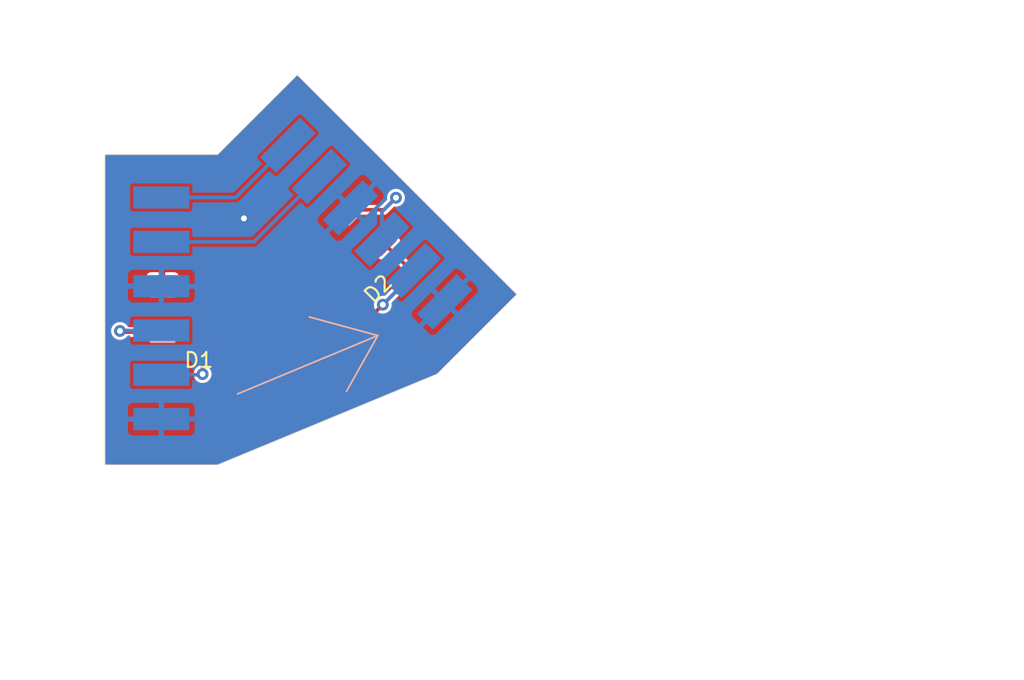
<source format=kicad_pcb>
(kicad_pcb (version 20211014) (generator pcbnew)
  (layers (0 "F.Cu" signal) (31 "B.Cu" signal) (34 "B.Paste" user) (35 "F.Paste" user) (36 "B.SilkS" user "B.Silkscreen") (37 "F.SilkS" user "F.Silkscreen") (38 "B.Mask" user) (39 "F.Mask" user) (44 "Edge.Cuts" user))
  (net 0 "")
  (net 1 "+5V")
  (net 2 "GND")
  (net 3 "Net-(CN1-Pad2)")
  (net 4 "Net-(CN2-Pad3)")
  (net 5 "Net-(D1-Pad2)")
  (net 6 "Net-(CN1-Pad1)")
  (net 7 "Net-(CN1-Pad4)")
  (footprint "LED_SMD:LED_WS2812B_PLCC4_5.0x5.0mm_P3.2mm" (layer "F.Cu") (at 128.778 107.95 180)
    (fp_text reference "D1" (at 0 -3.5) (layer "F.SilkS"))
    (fp_text value "WS2812B")
    (pad "1" smd rect (at -2.45 -1.6 180) (size 1.5 1) (layers "F.Cu" "F.Paste" "F.Mask") (net 1 "+5V"))
    (pad "2" smd rect (at -2.45 1.6 180) (size 1.5 1) (layers "F.Cu" "F.Paste" "F.Mask") (net 5 "Net-(D1-Pad2)"))
    (pad "3" smd rect (at 2.45 1.6 180) (size 1.5 1) (layers "F.Cu" "F.Paste" "F.Mask") (net 2 "GND"))
    (pad "4" smd rect (at 2.45 -1.6 180) (size 1.5 1) (layers "F.Cu" "F.Paste" "F.Mask") (net 4 "Net-(CN2-Pad3)"))
  )
  (footprint "LED_SMD:LED_WS2812B_PLCC4_5.0x5.0mm_P3.2mm" (layer "F.Cu") (at 138.43 104.14 -135)
    (fp_text reference "D2" (at 0 -3.5 45) (layer "F.SilkS"))
    (fp_text value "WS2812B")
    (pad "1" smd rect (at -2.45 -1.6 225) (size 1.5 1) (layers "F.Cu" "F.Paste" "F.Mask") (net 1 "+5V"))
    (pad "2" smd rect (at -2.45 1.6 225) (size 1.5 1) (layers "F.Cu" "F.Paste" "F.Mask") (net 7 "Net-(CN1-Pad4)"))
    (pad "3" smd rect (at 2.45 1.6 225) (size 1.5 1) (layers "F.Cu" "F.Paste" "F.Mask") (net 2 "GND"))
    (pad "4" smd rect (at 2.45 -1.6 225) (size 1.5 1) (layers "F.Cu" "F.Paste" "F.Mask") (net 5 "Net-(D1-Pad2)"))
  )
  (footprint "Adafruit NeoPixel 8 Stick:1X4-SMT" (layer "B.Cu") (at 126.873 107.442 90)
    (fp_text reference "CN2" hide)
    (fp_text value "1X4SMT" hide)
    (pad "1" smd rect (at -8 -0.635 90) (size 1.5 3.8) (layers "B.Cu" "B.Paste" "B.Mask") (net 2 "GND"))
    (pad "2" smd rect (at -5 -0.635 90) (size 1.5 3.8) (layers "B.Cu" "B.Paste" "B.Mask") (net 1 "+5V"))
    (pad "3" smd rect (at -2 -0.635 90) (size 1.5 3.8) (layers "B.Cu" "B.Paste" "B.Mask") (net 4 "Net-(CN2-Pad3)"))
    (pad "4" smd rect (at 1 -0.635 90) (size 1.5 3.8) (layers "B.Cu" "B.Paste" "B.Mask") (net 2 "GND"))
    (pad "5" smd rect (at 4 -0.635 90) (size 1.5 3.8) (layers "B.Cu" "B.Paste" "B.Mask") (net 3 "Net-(CN1-Pad2)"))
    (pad "6" smd rect (at 7 -0.635 90) (size 1.5 3.8) (layers "B.Cu" "B.Paste" "B.Mask") (net 6 "Net-(CN1-Pad1)"))
  )
  (footprint "Adafruit NeoPixel 8 Stick:1X4-SMT" (layer "B.Cu") (at 140.010429 103.008298 -45)
    (fp_text reference "CN1" hide)
    (fp_text value "1X4SMT" hide)
    (pad "1" smd rect (at -8 -0.635 315) (size 1.5 3.8) (layers "B.Cu" "B.Paste" "B.Mask") (net 6 "Net-(CN1-Pad1)"))
    (pad "2" smd rect (at -5 -0.635 315) (size 1.5 3.8) (layers "B.Cu" "B.Paste" "B.Mask") (net 3 "Net-(CN1-Pad2)"))
    (pad "3" smd rect (at -2 -0.635 315) (size 1.5 3.8) (layers "B.Cu" "B.Paste" "B.Mask") (net 2 "GND"))
    (pad "4" smd rect (at 1 -0.635 315) (size 1.5 3.8) (layers "B.Cu" "B.Paste" "B.Mask") (net 7 "Net-(CN1-Pad4)"))
    (pad "5" smd rect (at 4 -0.635 315) (size 1.5 3.8) (layers "B.Cu" "B.Paste" "B.Mask") (net 1 "+5V"))
    (pad "6" smd rect (at 7 -0.635 315) (size 1.5 3.8) (layers "B.Cu" "B.Paste" "B.Mask") (net 2 "GND"))
  )
  (gr_line (start 140.88658 109.784344) (end 136.250759 108.527107) (layer "B.SilkS") (width 0.12))
  (gr_line (start 140.88658 109.784344) (end 138.765231 113.556052) (layer "B.SilkS") (width 0.12))
  (gr_line (start 131.401421 113.735656) (end 140.88658 109.784344) (layer "B.SilkS") (width 0.12))
  (gr_line locked (start 144.897241 112.385243) (end 150.285397 106.997088) (layer "Edge.Cuts") (width 0.05))
  (gr_line (start 122.428 118.536) (end 130.048004 118.536) (layer "Edge.Cuts") (width 0.05))
  (gr_line (start 135.436155 92.147845) (end 150.285397 106.997088) (layer "Edge.Cuts") (width 0.05))
  (gr_line (start 122.428 97.536) (end 122.428 118.536) (layer "Edge.Cuts") (width 0.05))
  (gr_line (start 130.048 97.536) (end 135.436155 92.147845) (layer "Edge.Cuts") (width 0.05))
  (gr_line (start 130.048004 118.536) (end 144.897241 112.385243) (layer "Edge.Cuts") (width 0.05))
  (gr_line (start 122.428 97.536) (end 130.048 97.536) (layer "Edge.Cuts") (width 0.05))
  (segment (start 143.256 105.501178) (end 141.293782 103.538959) (width 0.25) (layer "F.Cu") (net 1))
  (segment (start 131.228 109.55) (end 129.032 111.746) (width 0.25) (layer "F.Cu") (net 1))
  (segment (start 131.228 109.55) (end 139.37 109.55) (width 0.25) (layer "F.Cu") (net 1))
  (segment (start 139.37 109.55) (end 143.256 105.664) (width 0.25) (layer "F.Cu") (net 1))
  (segment (start 143.256 105.664) (end 143.256 105.501178) (width 0.25) (layer "F.Cu") (net 1))
  (segment (start 129.032 111.746) (end 129.032 112.395) (width 0.25) (layer "F.Cu") (net 1))
  (via (at 141.224 107.696) (size 0.8) (drill 0.4) (layers "F.Cu" "B.Cu") (net 1))
  (via (at 129.032 112.395) (size 0.8) (drill 0.4) (layers "F.Cu" "B.Cu") (net 1))
  (segment (start 128.985 112.442) (end 129.032 112.395) (width 0.25) (layer "B.Cu") (net 1))
  (segment (start 126.238 112.442) (end 128.985 112.442) (width 0.25) (layer "B.Cu") (net 1))
  (segment (start 141.224 107.696) (end 143.287869 105.632131) (width 0.25) (layer "B.Cu") (net 1))
  (segment (start 143.287869 105.632131) (end 143.287869 105.387712) (width 0.25) (layer "B.Cu") (net 1))
  (via (at 131.826 101.854) (size 0.8) (drill 0.4) (layers "F.Cu" "B.Cu") (net 2))
  (segment (start 126.238 103.442) (end 132.505659 103.442) (width 0.25) (layer "B.Cu") (net 3))
  (segment (start 132.505659 103.442) (end 136.923908 99.023751) (width 0.25) (layer "B.Cu") (net 3))
  (segment (start 123.52 109.55) (end 123.444 109.474) (width 0.25) (layer "F.Cu") (net 4))
  (segment (start 126.328 109.55) (end 123.52 109.55) (width 0.25) (layer "F.Cu") (net 4))
  (via (at 123.444 109.474) (size 0.8) (drill 0.4) (layers "F.Cu" "B.Cu") (net 4))
  (segment (start 123.444 109.474) (end 123.476 109.442) (width 0.25) (layer "B.Cu") (net 4))
  (segment (start 123.476 109.442) (end 126.238 109.442) (width 0.25) (layer "B.Cu") (net 4))
  (segment (start 137.175177 106.35) (end 137.828959 107.003782) (width 0.25) (layer "F.Cu") (net 5))
  (segment (start 131.228 106.35) (end 137.175177 106.35) (width 0.25) (layer "F.Cu") (net 5))
  (segment (start 131.263019 100.442) (end 134.802588 96.902431) (width 0.25) (layer "B.Cu") (net 6))
  (segment (start 126.238 100.442) (end 131.263019 100.442) (width 0.25) (layer "B.Cu") (net 6))
  (segment (start 139.031041 101.276218) (end 141.293782 101.276218) (width 0.25) (layer "F.Cu") (net 7))
  (segment (start 141.293782 101.276218) (end 142.113 100.457) (width 0.25) (layer "F.Cu") (net 7))
  (via (at 142.113 100.457) (size 0.8) (drill 0.4) (layers "F.Cu" "B.Cu") (net 7))
  (segment (start 141.166549 101.403451) (end 141.166549 103.266392) (width 0.25) (layer "B.Cu") (net 7))
  (segment (start 142.113 100.457) (end 141.166549 101.403451) (width 0.25) (layer "B.Cu") (net 7))
  (zone (net 2) (net_name "GND") (layers F&B.Cu) (priority 6) (connect_pads (clearance 0.000001)) (min_thickness 0.1524) (fill yes (thermal_gap 0.3548) (thermal_bridge_width 0.3548))
    (polygon (pts (xy 184.5945 133.096) (xy 115.3287 133.096) (xy 115.3287 87.0712) (xy 184.5945 87.0712)))
  )
)
</source>
